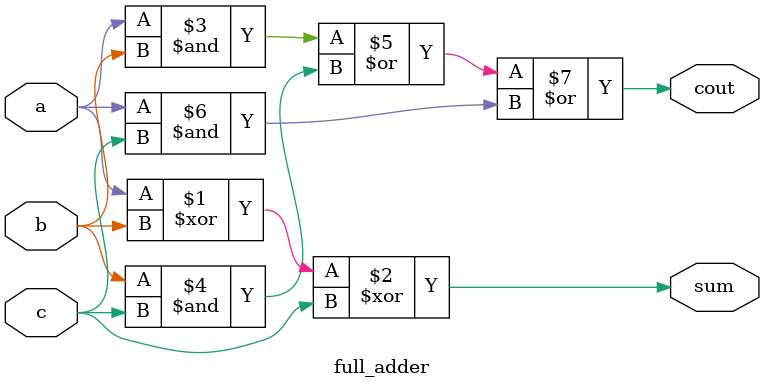
<source format=v>
module full_adder(sum,cout,a,b,c);
input a,b,c;
output sum,cout;
   assign sum = (a ^ b ^ c );
   assign cout = (a & b ) | (b & c) | (a & c);
   
endmodule

</source>
